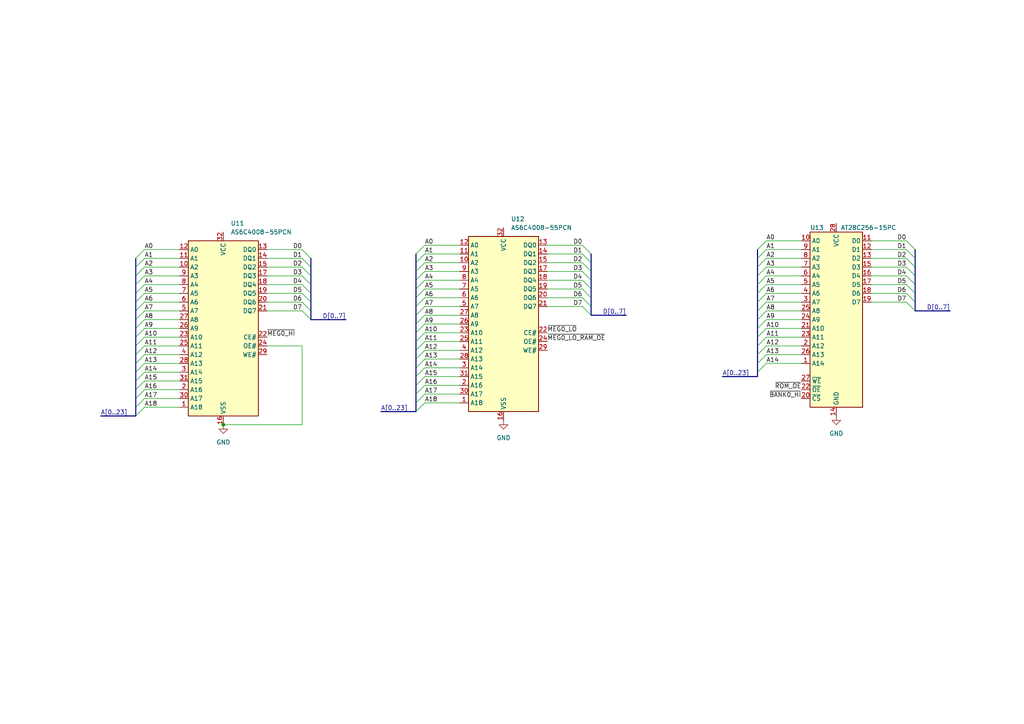
<source format=kicad_sch>
(kicad_sch (version 20250114) (generator "eeschema") (generator_version "9.0")
  (paper "A4")
  (lib_symbols
    (symbol "Memory_EEPROM:28C256"
      (property "Reference" "U" (at -7.62 26.67 0))
      (property "Value" "28C256" (at 2.54 -26.67 0))
      (symbol "28C256_1_1"
        (rectangle (start -7.62 25.4) (end 7.62 -25.4) (stroke (width 0.254)) (fill (type background)))
        (pin input line (at -10.16 22.86 0) (length 2.54) (name "A0") (number "10"))
        (pin input line (at -10.16 20.32 0) (length 2.54) (name "A1") (number "9"))
        (pin input line (at -10.16 17.78 0) (length 2.54) (name "A2") (number "8"))
        (pin input line (at -10.16 15.24 0) (length 2.54) (name "A3") (number "7"))
        (pin input line (at -10.16 12.7 0) (length 2.54) (name "A4") (number "6"))
        (pin input line (at -10.16 10.16 0) (length 2.54) (name "A5") (number "5"))
        (pin input line (at -10.16 7.62 0) (length 2.54) (name "A6") (number "4"))
        (pin input line (at -10.16 5.08 0) (length 2.54) (name "A7") (number "3"))
        (pin input line (at -10.16 2.54 0) (length 2.54) (name "A8") (number "25"))
        (pin input line (at -10.16 0 0) (length 2.54) (name "A9") (number "24"))
        (pin input line (at -10.16 -2.54 0) (length 2.54) (name "A10") (number "21"))
        (pin input line (at -10.16 -5.08 0) (length 2.54) (name "A11") (number "23"))
        (pin input line (at -10.16 -7.62 0) (length 2.54) (name "A12") (number "2"))
        (pin input line (at -10.16 -10.16 0) (length 2.54) (name "A13") (number "26"))
        (pin input line (at -10.16 -12.7 0) (length 2.54) (name "A14") (number "1"))
        (pin input line (at -10.16 -17.78 0) (length 2.54) (name "~{WE}") (number "27"))
        (pin input line (at -10.16 -20.32 0) (length 2.54) (name "~{OE}") (number "22"))
        (pin input line (at -10.16 -22.86 0) (length 2.54) (name "~{CS}") (number "20"))
        (pin power_in line (at 0 27.94 270) (length 2.54) (name "VCC") (number "28"))
        (pin power_in line (at 0 -27.94 90) (length 2.54) (name "GND") (number "14"))
        (pin tri_state line (at 10.16 22.86 180) (length 2.54) (name "D0") (number "11"))
        (pin tri_state line (at 10.16 20.32 180) (length 2.54) (name "D1") (number "12"))
        (pin tri_state line (at 10.16 17.78 180) (length 2.54) (name "D2") (number "13"))
        (pin tri_state line (at 10.16 15.24 180) (length 2.54) (name "D3") (number "15"))
        (pin tri_state line (at 10.16 12.7 180) (length 2.54) (name "D4") (number "16"))
        (pin tri_state line (at 10.16 10.16 180) (length 2.54) (name "D5") (number "17"))
        (pin tri_state line (at 10.16 7.62 180) (length 2.54) (name "D6") (number "18"))
        (pin tri_state line (at 10.16 5.08 180) (length 2.54) (name "D7") (number "19"))
      )
    )
    (symbol "Memory_RAM:AS6C4008-55PCN"
      (property "Reference" "U" (at -10.16 26.035 0))
      (property "Value" "AS6C4008-55PCN" (at 2.54 26.035 0))
      (symbol "AS6C4008-55PCN_0_0"
        (pin power_in line (at 0 27.94 270) (length 2.54) (name "VCC") (number "32"))
        (pin power_in line (at 0 -27.94 90) (length 2.54) (name "VSS") (number "16"))
      )
      (symbol "AS6C4008-55PCN_0_1"
        (rectangle (start -10.16 25.4) (end 10.16 -25.4) (stroke (width 0.254)) (fill (type background)))
      )
      (symbol "AS6C4008-55PCN_1_1"
        (pin input line (at -12.7 22.86 0) (length 2.54) (name "A0") (number "12"))
        (pin input line (at -12.7 20.32 0) (length 2.54) (name "A1") (number "11"))
        (pin input line (at -12.7 17.78 0) (length 2.54) (name "A2") (number "10"))
        (pin input line (at -12.7 15.24 0) (length 2.54) (name "A3") (number "9"))
        (pin input line (at -12.7 12.7 0) (length 2.54) (name "A4") (number "8"))
        (pin input line (at -12.7 10.16 0) (length 2.54) (name "A5") (number "7"))
        (pin input line (at -12.7 7.62 0) (length 2.54) (name "A6") (number "6"))
        (pin input line (at -12.7 5.08 0) (length 2.54) (name "A7") (number "5"))
        (pin input line (at -12.7 2.54 0) (length 2.54) (name "A8") (number "27"))
        (pin input line (at -12.7 0 0) (length 2.54) (name "A9") (number "26"))
        (pin input line (at -12.7 -2.54 0) (length 2.54) (name "A10") (number "23"))
        (pin input line (at -12.7 -5.08 0) (length 2.54) (name "A11") (number "25"))
        (pin input line (at -12.7 -7.62 0) (length 2.54) (name "A12") (number "4"))
        (pin input line (at -12.7 -10.16 0) (length 2.54) (name "A13") (number "28"))
        (pin input line (at -12.7 -12.7 0) (length 2.54) (name "A14") (number "3"))
        (pin input line (at -12.7 -15.24 0) (length 2.54) (name "A15") (number "31"))
        (pin input line (at -12.7 -17.78 0) (length 2.54) (name "A16") (number "2"))
        (pin input line (at -12.7 -20.32 0) (length 2.54) (name "A17") (number "30"))
        (pin input line (at -12.7 -22.86 0) (length 2.54) (name "A18") (number "1"))
        (pin tri_state line (at 12.7 22.86 180) (length 2.54) (name "DQ0") (number "13"))
        (pin tri_state line (at 12.7 20.32 180) (length 2.54) (name "DQ1") (number "14"))
        (pin tri_state line (at 12.7 17.78 180) (length 2.54) (name "DQ2") (number "15"))
        (pin tri_state line (at 12.7 15.24 180) (length 2.54) (name "DQ3") (number "17"))
        (pin tri_state line (at 12.7 12.7 180) (length 2.54) (name "DQ4") (number "18"))
        (pin tri_state line (at 12.7 10.16 180) (length 2.54) (name "DQ5") (number "19"))
        (pin tri_state line (at 12.7 7.62 180) (length 2.54) (name "DQ6") (number "20"))
        (pin tri_state line (at 12.7 5.08 180) (length 2.54) (name "DQ7") (number "21"))
        (pin input line (at 12.7 -2.54 180) (length 2.54) (name "CE#") (number "22"))
        (pin input line (at 12.7 -5.08 180) (length 2.54) (name "OE#") (number "24"))
        (pin input line (at 12.7 -7.62 180) (length 2.54) (name "WE#") (number "29"))
      )
    )
    (symbol "power:GND" (power) (pin_numbers (hide yes)) (pin_names (offset 0) (hide yes))
      (property "Value" "GND" (at 0 -3.81 0))
      (symbol "GND_0_1"
        (polyline (pts (xy 0 0) (xy 0 -1.27) (xy 1.27 -1.27) (xy 0 -2.54) (xy -1.27 -1.27) (xy 0 -1.27)))
      )
      (symbol "GND_1_1"
        (pin power_in line (at 0 0 270) (length 0) (name "~") (number "1"))
      )
    )
  )
  (junction (at 64.77 123.19))
  (bus_entry (at 90.17 92.71) (size -2.54 -2.54))
  (bus_entry (at 219.71 105.41) (size 2.54 -2.54))
  (bus_entry (at 39.37 95.25) (size 2.54 -2.54))
  (bus_entry (at 265.43 72.39) (size -2.54 -2.54))
  (bus_entry (at 39.37 102.87) (size 2.54 -2.54))
  (bus_entry (at 39.37 80.01) (size 2.54 -2.54))
  (bus_entry (at 120.65 91.44) (size 2.54 -2.54))
  (bus_entry (at 265.43 74.93) (size -2.54 -2.54))
  (bus_entry (at 219.71 87.63) (size 2.54 -2.54))
  (bus_entry (at 265.43 77.47) (size -2.54 -2.54))
  (bus_entry (at 219.71 80.01) (size 2.54 -2.54))
  (bus_entry (at 39.37 74.93) (size 2.54 -2.54))
  (bus_entry (at 265.43 87.63) (size -2.54 -2.54))
  (bus_entry (at 39.37 82.55) (size 2.54 -2.54))
  (bus_entry (at 265.43 82.55) (size -2.54 -2.54))
  (bus_entry (at 171.45 86.36) (size -2.54 -2.54))
  (bus_entry (at 120.65 93.98) (size 2.54 -2.54))
  (bus_entry (at 120.65 111.76) (size 2.54 -2.54))
  (bus_entry (at 219.71 90.17) (size 2.54 -2.54))
  (bus_entry (at 39.37 100.33) (size 2.54 -2.54))
  (bus_entry (at 120.65 116.84) (size 2.54 -2.54))
  (bus_entry (at 39.37 85.09) (size 2.54 -2.54))
  (bus_entry (at 120.65 78.74) (size 2.54 -2.54))
  (bus_entry (at 219.71 85.09) (size 2.54 -2.54))
  (bus_entry (at 120.65 101.6) (size 2.54 -2.54))
  (bus_entry (at 39.37 87.63) (size 2.54 -2.54))
  (bus_entry (at 39.37 110.49) (size 2.54 -2.54))
  (bus_entry (at 120.65 86.36) (size 2.54 -2.54))
  (bus_entry (at 219.71 82.55) (size 2.54 -2.54))
  (bus_entry (at 120.65 114.3) (size 2.54 -2.54))
  (bus_entry (at 219.71 74.93) (size 2.54 -2.54))
  (bus_entry (at 219.71 72.39) (size 2.54 -2.54))
  (bus_entry (at 265.43 85.09) (size -2.54 -2.54))
  (bus_entry (at 265.43 80.01) (size -2.54 -2.54))
  (bus_entry (at 219.71 92.71) (size 2.54 -2.54))
  (bus_entry (at 90.17 74.93) (size -2.54 -2.54))
  (bus_entry (at 39.37 115.57) (size 2.54 -2.54))
  (bus_entry (at 219.71 77.47) (size 2.54 -2.54))
  (bus_entry (at 171.45 83.82) (size -2.54 -2.54))
  (bus_entry (at 171.45 78.74) (size -2.54 -2.54))
  (bus_entry (at 90.17 90.17) (size -2.54 -2.54))
  (bus_entry (at 90.17 80.01) (size -2.54 -2.54))
  (bus_entry (at 39.37 90.17) (size 2.54 -2.54))
  (bus_entry (at 171.45 88.9) (size -2.54 -2.54))
  (bus_entry (at 120.65 99.06) (size 2.54 -2.54))
  (bus_entry (at 39.37 118.11) (size 2.54 -2.54))
  (bus_entry (at 219.71 102.87) (size 2.54 -2.54))
  (bus_entry (at 219.71 107.95) (size 2.54 -2.54))
  (bus_entry (at 219.71 97.79) (size 2.54 -2.54))
  (bus_entry (at 39.37 120.65) (size 2.54 -2.54))
  (bus_entry (at 39.37 107.95) (size 2.54 -2.54))
  (bus_entry (at 265.43 90.17) (size -2.54 -2.54))
  (bus_entry (at 39.37 92.71) (size 2.54 -2.54))
  (bus_entry (at 120.65 104.14) (size 2.54 -2.54))
  (bus_entry (at 90.17 82.55) (size -2.54 -2.54))
  (bus_entry (at 219.71 95.25) (size 2.54 -2.54))
  (bus_entry (at 171.45 91.44) (size -2.54 -2.54))
  (bus_entry (at 120.65 81.28) (size 2.54 -2.54))
  (bus_entry (at 39.37 77.47) (size 2.54 -2.54))
  (bus_entry (at 171.45 81.28) (size -2.54 -2.54))
  (bus_entry (at 120.65 106.68) (size 2.54 -2.54))
  (bus_entry (at 171.45 76.2) (size -2.54 -2.54))
  (bus_entry (at 90.17 77.47) (size -2.54 -2.54))
  (bus_entry (at 219.71 100.33) (size 2.54 -2.54))
  (bus_entry (at 120.65 83.82) (size 2.54 -2.54))
  (bus_entry (at 120.65 88.9) (size 2.54 -2.54))
  (bus_entry (at 171.45 73.66) (size -2.54 -2.54))
  (bus_entry (at 39.37 105.41) (size 2.54 -2.54))
  (bus_entry (at 120.65 119.38) (size 2.54 -2.54))
  (bus_entry (at 120.65 76.2) (size 2.54 -2.54))
  (bus_entry (at 120.65 96.52) (size 2.54 -2.54))
  (bus_entry (at 90.17 87.63) (size -2.54 -2.54))
  (bus_entry (at 120.65 73.66) (size 2.54 -2.54))
  (bus_entry (at 90.17 85.09) (size -2.54 -2.54))
  (bus_entry (at 120.65 109.22) (size 2.54 -2.54))
  (bus_entry (at 39.37 97.79) (size 2.54 -2.54))
  (bus_entry (at 39.37 113.03) (size 2.54 -2.54))
  (bus (pts (xy 120.65 81.28) (xy 120.65 83.82)))
  (wire (pts (xy 87.63 90.17) (xy 77.47 90.17)))
  (wire (pts (xy 123.19 91.44) (xy 133.35 91.44)))
  (bus (pts (xy 120.65 114.3) (xy 120.65 116.84)))
  (bus (pts (xy 39.37 118.11) (xy 39.37 120.65)))
  (bus (pts (xy 120.65 86.36) (xy 120.65 88.9)))
  (bus (pts (xy 171.45 88.9) (xy 171.45 86.36)))
  (wire (pts (xy 168.91 81.28) (xy 158.75 81.28)))
  (bus (pts (xy 171.45 91.44) (xy 171.45 88.9)))
  (wire (pts (xy 41.91 80.01) (xy 52.07 80.01)))
  (wire (pts (xy 262.89 85.09) (xy 252.73 85.09)))
  (bus (pts (xy 120.65 116.84) (xy 120.65 119.38)))
  (wire (pts (xy 123.19 88.9) (xy 133.35 88.9)))
  (wire (pts (xy 123.19 109.22) (xy 133.35 109.22)))
  (bus (pts (xy 39.37 110.49) (xy 39.37 113.03)))
  (wire (pts (xy 123.19 73.66) (xy 133.35 73.66)))
  (bus (pts (xy 39.37 102.87) (xy 39.37 105.41)))
  (bus (pts (xy 39.37 105.41) (xy 39.37 107.95)))
  (bus (pts (xy 120.65 106.68) (xy 120.65 109.22)))
  (bus (pts (xy 29.21 120.65) (xy 39.37 120.65)))
  (wire (pts (xy 41.91 100.33) (xy 52.07 100.33)))
  (wire (pts (xy 41.91 118.11) (xy 52.07 118.11)))
  (bus (pts (xy 275.59 90.17) (xy 265.43 90.17)))
  (bus (pts (xy 219.71 72.39) (xy 219.71 74.93)))
  (wire (pts (xy 77.47 100.33) (xy 87.63 100.33)))
  (wire (pts (xy 41.91 115.57) (xy 52.07 115.57)))
  (wire (pts (xy 262.89 80.01) (xy 252.73 80.01)))
  (bus (pts (xy 120.65 91.44) (xy 120.65 93.98)))
  (wire (pts (xy 222.25 100.33) (xy 232.41 100.33)))
  (wire (pts (xy 222.25 87.63) (xy 232.41 87.63)))
  (wire (pts (xy 87.63 74.93) (xy 77.47 74.93)))
  (wire (pts (xy 123.19 101.6) (xy 133.35 101.6)))
  (bus (pts (xy 219.71 82.55) (xy 219.71 85.09)))
  (bus (pts (xy 219.71 107.95) (xy 219.71 109.22)))
  (wire (pts (xy 123.19 81.28) (xy 133.35 81.28)))
  (bus (pts (xy 110.49 119.38) (xy 120.65 119.38)))
  (bus (pts (xy 120.65 101.6) (xy 120.65 104.14)))
  (wire (pts (xy 123.19 71.12) (xy 133.35 71.12)))
  (wire (pts (xy 168.91 83.82) (xy 158.75 83.82)))
  (wire (pts (xy 168.91 71.12) (xy 158.75 71.12)))
  (wire (pts (xy 222.25 97.79) (xy 232.41 97.79)))
  (bus (pts (xy 265.43 74.93) (xy 265.43 72.39)))
  (bus (pts (xy 265.43 80.01) (xy 265.43 77.47)))
  (bus (pts (xy 120.65 109.22) (xy 120.65 111.76)))
  (wire (pts (xy 123.19 106.68) (xy 133.35 106.68)))
  (wire (pts (xy 87.63 123.19) (xy 64.77 123.19)))
  (wire (pts (xy 168.91 78.74) (xy 158.75 78.74)))
  (wire (pts (xy 168.91 73.66) (xy 158.75 73.66)))
  (bus (pts (xy 171.45 81.28) (xy 171.45 78.74)))
  (wire (pts (xy 41.91 95.25) (xy 52.07 95.25)))
  (wire (pts (xy 41.91 110.49) (xy 52.07 110.49)))
  (bus (pts (xy 171.45 78.74) (xy 171.45 76.2)))
  (bus (pts (xy 219.71 95.25) (xy 219.71 97.79)))
  (bus (pts (xy 90.17 80.01) (xy 90.17 77.47)))
  (bus (pts (xy 39.37 97.79) (xy 39.37 100.33)))
  (bus (pts (xy 171.45 83.82) (xy 171.45 81.28)))
  (bus (pts (xy 219.71 80.01) (xy 219.71 82.55)))
  (wire (pts (xy 222.25 77.47) (xy 232.41 77.47)))
  (bus (pts (xy 265.43 90.17) (xy 265.43 87.63)))
  (bus (pts (xy 39.37 74.93) (xy 39.37 77.47)))
  (wire (pts (xy 87.63 100.33) (xy 87.63 123.19)))
  (wire (pts (xy 41.91 105.41) (xy 52.07 105.41)))
  (wire (pts (xy 262.89 72.39) (xy 252.73 72.39)))
  (bus (pts (xy 39.37 107.95) (xy 39.37 110.49)))
  (bus (pts (xy 120.65 111.76) (xy 120.65 114.3)))
  (wire (pts (xy 222.25 105.41) (xy 232.41 105.41)))
  (wire (pts (xy 87.63 82.55) (xy 77.47 82.55)))
  (bus (pts (xy 39.37 115.57) (xy 39.37 118.11)))
  (wire (pts (xy 41.91 90.17) (xy 52.07 90.17)))
  (bus (pts (xy 39.37 100.33) (xy 39.37 102.87)))
  (bus (pts (xy 265.43 87.63) (xy 265.43 85.09)))
  (wire (pts (xy 123.19 93.98) (xy 133.35 93.98)))
  (wire (pts (xy 41.91 92.71) (xy 52.07 92.71)))
  (wire (pts (xy 222.25 82.55) (xy 232.41 82.55)))
  (wire (pts (xy 222.25 72.39) (xy 232.41 72.39)))
  (bus (pts (xy 90.17 77.47) (xy 90.17 74.93)))
  (wire (pts (xy 87.63 85.09) (xy 77.47 85.09)))
  (bus (pts (xy 120.65 93.98) (xy 120.65 96.52)))
  (wire (pts (xy 222.25 102.87) (xy 232.41 102.87)))
  (bus (pts (xy 120.65 73.66) (xy 120.65 76.2)))
  (bus (pts (xy 90.17 87.63) (xy 90.17 85.09)))
  (bus (pts (xy 39.37 92.71) (xy 39.37 95.25)))
  (bus (pts (xy 219.71 87.63) (xy 219.71 90.17)))
  (bus (pts (xy 120.65 83.82) (xy 120.65 86.36)))
  (bus (pts (xy 120.65 104.14) (xy 120.65 106.68)))
  (wire (pts (xy 41.91 107.95) (xy 52.07 107.95)))
  (bus (pts (xy 265.43 85.09) (xy 265.43 82.55)))
  (wire (pts (xy 41.91 85.09) (xy 52.07 85.09)))
  (wire (pts (xy 123.19 83.82) (xy 133.35 83.82)))
  (wire (pts (xy 41.91 97.79) (xy 52.07 97.79)))
  (wire (pts (xy 123.19 104.14) (xy 133.35 104.14)))
  (wire (pts (xy 123.19 111.76) (xy 133.35 111.76)))
  (wire (pts (xy 123.19 99.06) (xy 133.35 99.06)))
  (wire (pts (xy 262.89 77.47) (xy 252.73 77.47)))
  (bus (pts (xy 219.71 74.93) (xy 219.71 77.47)))
  (bus (pts (xy 219.71 102.87) (xy 219.71 105.41)))
  (wire (pts (xy 222.25 85.09) (xy 232.41 85.09)))
  (bus (pts (xy 219.71 85.09) (xy 219.71 87.63)))
  (bus (pts (xy 171.45 76.2) (xy 171.45 73.66)))
  (wire (pts (xy 41.91 77.47) (xy 52.07 77.47)))
  (wire (pts (xy 222.25 74.93) (xy 232.41 74.93)))
  (bus (pts (xy 120.65 88.9) (xy 120.65 91.44)))
  (wire (pts (xy 262.89 74.93) (xy 252.73 74.93)))
  (bus (pts (xy 171.45 86.36) (xy 171.45 83.82)))
  (bus (pts (xy 90.17 92.71) (xy 90.17 90.17)))
  (bus (pts (xy 39.37 77.47) (xy 39.37 80.01)))
  (wire (pts (xy 222.25 92.71) (xy 232.41 92.71)))
  (bus (pts (xy 265.43 77.47) (xy 265.43 74.93)))
  (wire (pts (xy 168.91 86.36) (xy 158.75 86.36)))
  (bus (pts (xy 120.65 99.06) (xy 120.65 101.6)))
  (wire (pts (xy 222.25 95.25) (xy 232.41 95.25)))
  (wire (pts (xy 87.63 77.47) (xy 77.47 77.47)))
  (bus (pts (xy 39.37 113.03) (xy 39.37 115.57)))
  (wire (pts (xy 87.63 72.39) (xy 77.47 72.39)))
  (bus (pts (xy 219.71 105.41) (xy 219.71 107.95)))
  (wire (pts (xy 262.89 69.85) (xy 252.73 69.85)))
  (wire (pts (xy 222.25 69.85) (xy 232.41 69.85)))
  (wire (pts (xy 168.91 88.9) (xy 158.75 88.9)))
  (wire (pts (xy 41.91 113.03) (xy 52.07 113.03)))
  (wire (pts (xy 123.19 86.36) (xy 133.35 86.36)))
  (wire (pts (xy 123.19 76.2) (xy 133.35 76.2)))
  (wire (pts (xy 87.63 80.01) (xy 77.47 80.01)))
  (bus (pts (xy 265.43 82.55) (xy 265.43 80.01)))
  (bus (pts (xy 120.65 76.2) (xy 120.65 78.74)))
  (wire (pts (xy 41.91 87.63) (xy 52.07 87.63)))
  (wire (pts (xy 222.25 90.17) (xy 232.41 90.17)))
  (wire (pts (xy 123.19 114.3) (xy 133.35 114.3)))
  (bus (pts (xy 39.37 82.55) (xy 39.37 85.09)))
  (bus (pts (xy 90.17 90.17) (xy 90.17 87.63)))
  (bus (pts (xy 39.37 85.09) (xy 39.37 87.63)))
  (wire (pts (xy 41.91 74.93) (xy 52.07 74.93)))
  (bus (pts (xy 219.71 92.71) (xy 219.71 95.25)))
  (wire (pts (xy 262.89 82.55) (xy 252.73 82.55)))
  (bus (pts (xy 181.61 91.44) (xy 171.45 91.44)))
  (bus (pts (xy 90.17 82.55) (xy 90.17 80.01)))
  (wire (pts (xy 41.91 102.87) (xy 52.07 102.87)))
  (bus (pts (xy 100.33 92.71) (xy 90.17 92.71)))
  (wire (pts (xy 123.19 96.52) (xy 133.35 96.52)))
  (wire (pts (xy 123.19 116.84) (xy 133.35 116.84)))
  (wire (pts (xy 41.91 82.55) (xy 52.07 82.55)))
  (bus (pts (xy 120.65 96.52) (xy 120.65 99.06)))
  (bus (pts (xy 209.55 109.22) (xy 219.71 109.22)))
  (bus (pts (xy 219.71 100.33) (xy 219.71 102.87)))
  (bus (pts (xy 39.37 80.01) (xy 39.37 82.55)))
  (wire (pts (xy 222.25 80.01) (xy 232.41 80.01)))
  (wire (pts (xy 262.89 87.63) (xy 252.73 87.63)))
  (bus (pts (xy 39.37 90.17) (xy 39.37 92.71)))
  (bus (pts (xy 120.65 78.74) (xy 120.65 81.28)))
  (bus (pts (xy 39.37 87.63) (xy 39.37 90.17)))
  (bus (pts (xy 219.71 77.47) (xy 219.71 80.01)))
  (wire (pts (xy 168.91 76.2) (xy 158.75 76.2)))
  (bus (pts (xy 39.37 95.25) (xy 39.37 97.79)))
  (wire (pts (xy 123.19 78.74) (xy 133.35 78.74)))
  (bus (pts (xy 90.17 85.09) (xy 90.17 82.55)))
  (wire (pts (xy 87.63 87.63) (xy 77.47 87.63)))
  (bus (pts (xy 219.71 97.79) (xy 219.71 100.33)))
  (wire (pts (xy 41.91 72.39) (xy 52.07 72.39)))
  (bus (pts (xy 219.71 90.17) (xy 219.71 92.71)))
  (label "D7" (at 168.91 88.9 180))
  (label "A17" (at 123.19 114.3 0))
  (label "A8" (at 222.25 90.17 0))
  (label "D7" (at 87.63 90.17 180))
  (label "D[0..7]" (at 181.61 91.44 180))
  (label "A7" (at 123.19 88.9 0))
  (label "D2" (at 87.63 77.47 180))
  (label "A[0..23]" (at 209.55 109.22 0))
  (label "A16" (at 41.91 113.03 0))
  (label "A10" (at 123.19 96.52 0))
  (label "A18" (at 41.91 118.11 0))
  (label "A3" (at 222.25 77.47 0))
  (label "D2" (at 262.89 74.93 180))
  (label "A4" (at 123.19 81.28 0))
  (label "~{MEG0_LO_RAM_OE}" (at 158.75 99.06 0))
  (label "A16" (at 123.19 111.76 0))
  (label "A8" (at 41.91 92.71 0))
  (label "A1" (at 41.91 74.93 0))
  (label "D3" (at 168.91 78.74 180))
  (label "D1" (at 168.91 73.66 180))
  (label "A11" (at 41.91 100.33 0))
  (label "D6" (at 262.89 85.09 180))
  (label "A15" (at 41.91 110.49 0))
  (label "A[0..23]" (at 110.49 119.38 0))
  (label "D5" (at 87.63 85.09 180))
  (label "A0" (at 222.25 69.85 0))
  (label "D[0..7]" (at 275.59 90.17 180))
  (label "D4" (at 87.63 82.55 180))
  (label "A2" (at 41.91 77.47 0))
  (label "D3" (at 87.63 80.01 180))
  (label "A0" (at 123.19 71.12 0))
  (label "D0" (at 87.63 72.39 180))
  (label "A11" (at 222.25 97.79 0))
  (label "A1" (at 123.19 73.66 0))
  (label "D7" (at 262.89 87.63 180))
  (label "A10" (at 222.25 95.25 0))
  (label "A14" (at 123.19 106.68 0))
  (label "A13" (at 222.25 102.87 0))
  (label "A[0..23]" (at 29.21 120.65 0))
  (label "A4" (at 222.25 80.01 0))
  (label "A17" (at 41.91 115.57 0))
  (label "D4" (at 168.91 81.28 180))
  (label "A8" (at 123.19 91.44 0))
  (label "A14" (at 222.25 105.41 0))
  (label "A13" (at 123.19 104.14 0))
  (label "A3" (at 123.19 78.74 0))
  (label "A2" (at 123.19 76.2 0))
  (label "~{BANK0_HI}" (at 232.41 115.57 180))
  (label "A9" (at 222.25 92.71 0))
  (label "A15" (at 123.19 109.22 0))
  (label "A5" (at 41.91 85.09 0))
  (label "D0" (at 262.89 69.85 180))
  (label "A9" (at 123.19 93.98 0))
  (label "D[0..7]" (at 100.33 92.71 180))
  (label "A6" (at 123.19 86.36 0))
  (label "A7" (at 222.25 87.63 0))
  (label "D5" (at 168.91 83.82 180))
  (label "A11" (at 123.19 99.06 0))
  (label "D6" (at 168.91 86.36 180))
  (label "D1" (at 87.63 74.93 180))
  (label "A3" (at 41.91 80.01 0))
  (label "D6" (at 87.63 87.63 180))
  (label "A6" (at 222.25 85.09 0))
  (label "A12" (at 222.25 100.33 0))
  (label "A12" (at 123.19 101.6 0))
  (label "A1" (at 222.25 72.39 0))
  (label "D5" (at 262.89 82.55 180))
  (label "~{ROM_OE}" (at 232.41 113.03 180))
  (label "D3" (at 262.89 77.47 180))
  (label "A12" (at 41.91 102.87 0))
  (label "A14" (at 41.91 107.95 0))
  (label "A13" (at 41.91 105.41 0))
  (label "A9" (at 41.91 95.25 0))
  (label "A18" (at 123.19 116.84 0))
  (label "A4" (at 41.91 82.55 0))
  (label "~{MEG0_HI}" (at 77.47 97.79 0))
  (label "A5" (at 222.25 82.55 0))
  (label "A0" (at 41.91 72.39 0))
  (label "D4" (at 262.89 80.01 180))
  (label "D0" (at 168.91 71.12 180))
  (label "A2" (at 222.25 74.93 0))
  (label "A6" (at 41.91 87.63 0))
  (label "~{MEG0_LO}" (at 158.75 96.52 0))
  (label "D1" (at 262.89 72.39 180))
  (label "A5" (at 123.19 83.82 0))
  (label "A10" (at 41.91 97.79 0))
  (label "A7" (at 41.91 90.17 0))
  (label "D2" (at 168.91 76.2 180))
  (symbol (lib_id "power:GND") (at 242.57 120.65 0) (unit 1)
    (property "Reference" "#PWR05" (effects (hide yes)))
    (property "Value" "GND" (at 242.57 125.73 0))
    (property "Description" "Power symbol creates a global label with name \"GND\" , ground" (effects (hide yes)))
  )
  (symbol (lib_id "Memory_RAM:AS6C4008-55PCN") (at 146.05 93.98 0) (unit 1)
    (property "Reference" "U12" (at 148.1933 63.5 0) (effects (justify left)))
    (property "Value" "AS6C4008-55PCN" (at 148.1933 66.04 0) (effects (justify left)))
    (property "Footprint" "Package_DIP:DIP-32_W15.24mm" (effects (hide yes)))
    (property "Datasheet" "https://www.alliancememory.com/wp-content/uploads/pdf/AS6C4008.pdf" (effects (hide yes)))
    (property "Description" "512K x 8 Low Power CMOS RAM, DIP-32" (effects (hide yes)))
  )
  (symbol (lib_id "Memory_RAM:AS6C4008-55PCN") (at 64.77 95.25 0) (unit 1)
    (property "Reference" "U11" (at 66.9133 64.77 0) (effects (justify left)))
    (property "Value" "AS6C4008-55PCN" (at 66.9133 67.31 0) (effects (justify left)))
    (property "Footprint" "Package_DIP:DIP-32_W15.24mm" (effects (hide yes)))
    (property "Datasheet" "https://www.alliancememory.com/wp-content/uploads/pdf/AS6C4008.pdf" (effects (hide yes)))
    (property "Description" "512K x 8 Low Power CMOS RAM, DIP-32" (effects (hide yes)))
  )
  (symbol (lib_id "Memory_EEPROM:28C256") (at 242.57 92.71 0) (unit 1)
    (property "Reference" "U13" (at 234.95 66.04 0) (effects (justify left)))
    (property "Value" "AT28C256-15PC" (at 243.84 66.04 0) (effects (justify left)))
    (property "Datasheet" "http://ww1.microchip.com/downloads/en/DeviceDoc/doc0006.pdf" (effects (hide yes)))
  )
  (symbol (lib_id "power:GND") (at 64.77 123.19 0) (unit 1)
    (property "Reference" "#PWR03" (effects (hide yes)))
    (property "Value" "GND" (at 64.77 128.27 0))
    (property "Description" "Power symbol creates a global label with name \"GND\" , ground" (effects (hide yes)))
  )
  (symbol (lib_id "power:GND") (at 146.05 121.92 0) (unit 1)
    (property "Reference" "#PWR04" (effects (hide yes)))
    (property "Value" "GND" (at 146.05 127 0))
    (property "Description" "Power symbol creates a global label with name \"GND\" , ground" (effects (hide yes)))
  )
)
</source>
